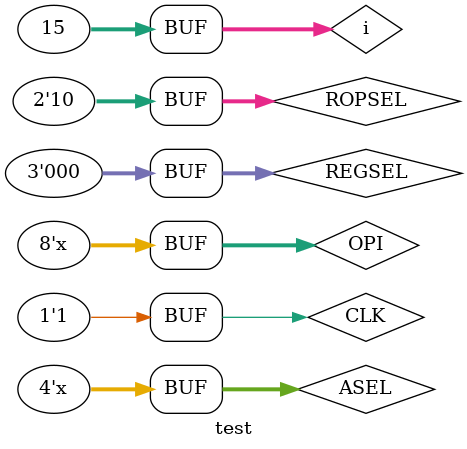
<source format=v>
/*
Attempt to calculate AP.
RES <= R0 + R1; R1 = a; R2 = t;
R3 <= RES;
R0 <= R2;
*/

module test();
  reg CLK;
  reg [7:0]OPI;
  wire [2:0]FLAG;
  wire [7:0]RES;
  reg [1:0]ROPSEL;
  reg [2:0]REGSEL;
  reg [7:0]RDATAIN;
  wire [7:0]RDATAOUT1;
  wire [7:0]RDATAOUT2;
  reg [3:0]ASEL;
  integer i;
  
  register_stack RS (
  .clk(CLK),
  .ropsel(ROPSEL),
  .regsel(REGSEL),
  .rdatain(RDATAIN),
  .rdataout1(RDATAOUT1),
  .rdataout2(RDATAOUT2));
  
  alu ALU (
  .clk(CLK),
  .op1(RDATAOUT1),
  .op2(RDATAOUT2),
  .opi(OPI),
  .sel(ASEL),
  .res(RES),
  .flag(FLAG));

initial
begin

//Dump Waves.
$dumpfile("dump.vcd");
$dumpvars(1);

CLK <= 1'bz;
OPI <= 8'bz;
ROPSEL <= 2'bz;
REGSEL <= 3'bz;
RDATAIN <= 8'bz;
ASEL <= 4'bz;
#10;

CLK <= 0;
#10;
ROPSEL <= 0;
REGSEL <= 0;
RDATAIN <= 15;
CLK <= 1;
#10;

CLK <= 0;
#10;
ROPSEL <= 0;
REGSEL <= 1;
RDATAIN <= 16;
CLK <= 1;
#10;

CLK <= 0;
#10;
ROPSEL <= 2'bz;
REGSEL <= 3'bz;
RDATAIN <= 8'bz;
CLK <= 1;
#10;

CLK <= 0;
#10;
ROPSEL <= 2;
REGSEL <= 0;
ASEL <= 4'bz;
RDATAIN <= 8'bz;
CLK <= 1;
#10;

for ( i = 0; i < 15; i = i + 1)
begin

CLK <= 0;
#10;
ASEL <= 0;
CLK <= 1;
#10;

CLK <= 0;
#10;
ROPSEL <= 0;
REGSEL <= 2;
RDATAIN <= RES;
CLK <= 1;
#10;

CLK <= 0;
#10;
ASEL <= 4'bz;
ROPSEL <= 3;
REGSEL <= 1;
CLK <= 1;
#10;

CLK <= 0;
#10;
REGSEL <= 0;
ROPSEL <= 2;
CLK <= 1;
#10;

end

#10;

end

endmodule // test
</source>
